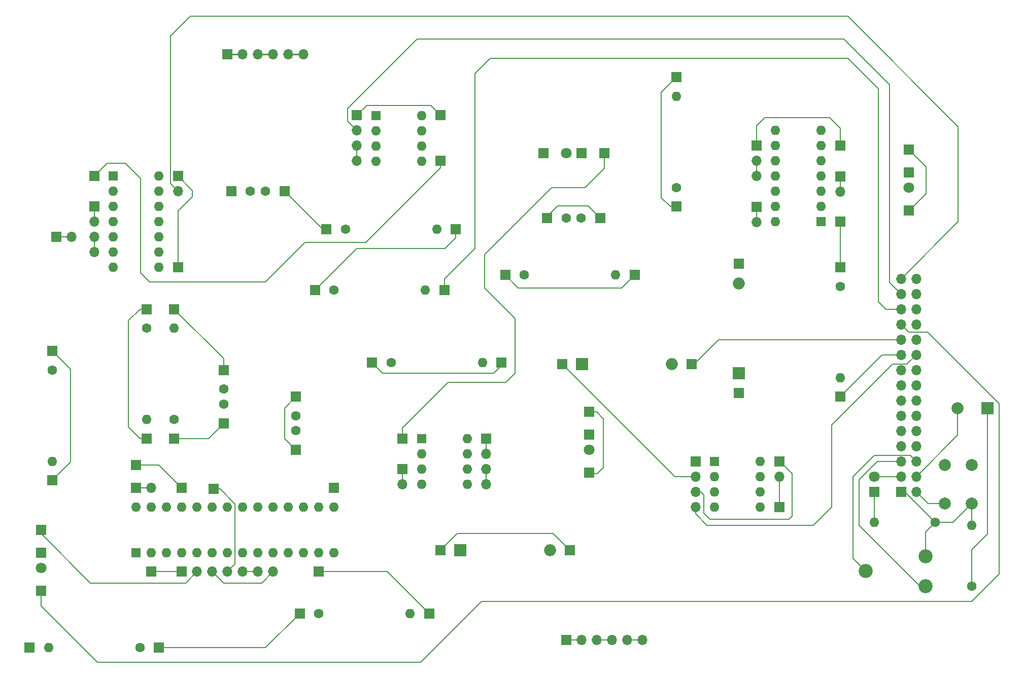
<source format=gbr>
%TF.GenerationSoftware,KiCad,Pcbnew,(6.0.5)*%
%TF.CreationDate,2022-06-11T19:23:14+02:00*%
%TF.ProjectId,advanced,61647661-6e63-4656-942e-6b696361645f,rev?*%
%TF.SameCoordinates,Original*%
%TF.FileFunction,Copper,L1,Top*%
%TF.FilePolarity,Positive*%
%FSLAX46Y46*%
G04 Gerber Fmt 4.6, Leading zero omitted, Abs format (unit mm)*
G04 Created by KiCad (PCBNEW (6.0.5)) date 2022-06-11 19:23:14*
%MOMM*%
%LPD*%
G01*
G04 APERTURE LIST*
%TA.AperFunction,ComponentPad*%
%ADD10R,1.700000X1.700000*%
%TD*%
%TA.AperFunction,ComponentPad*%
%ADD11O,1.700000X1.700000*%
%TD*%
%TA.AperFunction,ComponentPad*%
%ADD12C,1.600000*%
%TD*%
%TA.AperFunction,ComponentPad*%
%ADD13O,1.600000X1.600000*%
%TD*%
%TA.AperFunction,ComponentPad*%
%ADD14R,1.600000X1.600000*%
%TD*%
%TA.AperFunction,ComponentPad*%
%ADD15C,2.000000*%
%TD*%
%TA.AperFunction,ComponentPad*%
%ADD16R,2.000000X2.000000*%
%TD*%
%TA.AperFunction,ComponentPad*%
%ADD17O,2.000000X2.000000*%
%TD*%
%TA.AperFunction,ComponentPad*%
%ADD18R,1.800000X1.800000*%
%TD*%
%TA.AperFunction,ComponentPad*%
%ADD19C,1.800000*%
%TD*%
%TA.AperFunction,ComponentPad*%
%ADD20C,2.340000*%
%TD*%
%TA.AperFunction,Conductor*%
%ADD21C,0.200000*%
%TD*%
%TA.AperFunction,Conductor*%
%ADD22C,0.250000*%
%TD*%
G04 APERTURE END LIST*
D10*
%TO.P, ,1*%
%TO.N,N/C*%
X247015000Y-82550000D03*
%TD*%
%TO.P, ,1*%
%TO.N,N/C*%
X208280000Y-81915000D03*
%TD*%
%TO.P, ,1*%
%TO.N,N/C*%
X162560000Y-120650000D03*
%TD*%
%TO.P,REF\u002A\u002A,1*%
%TO.N,N/C*%
X189890000Y-154280000D03*
D11*
%TO.P,REF\u002A\u002A,2*%
X192430000Y-154280000D03*
%TO.P,REF\u002A\u002A,3*%
X194970000Y-154280000D03*
%TO.P,REF\u002A\u002A,4*%
X197510000Y-154280000D03*
%TO.P,REF\u002A\u002A,5*%
X200050000Y-154280000D03*
%TO.P,REF\u002A\u002A,6*%
X202590000Y-154280000D03*
%TD*%
D10*
%TO.P, ,1*%
%TO.N,N/C*%
X247015000Y-72390000D03*
%TD*%
%TO.P, ,1*%
%TO.N,N/C*%
X179070000Y-107950000D03*
%TD*%
D12*
%TO.P,R1,1*%
%TO.N,Net-(R1-Pad1)*%
X119888000Y-102235000D03*
D13*
%TO.P,R1,2*%
%TO.N,Net-(R1-Pad2)*%
X119888000Y-117475000D03*
%TD*%
D10*
%TO.P, ,1*%
%TO.N,N/C*%
X167005000Y-149860000D03*
%TD*%
%TO.P, ,1*%
%TO.N,N/C*%
X235585000Y-84455000D03*
%TD*%
%TO.P,REF\u002A\u002A,1*%
%TO.N,N/C*%
X133350000Y-56515000D03*
D11*
%TO.P,REF\u002A\u002A,2*%
X135890000Y-56515000D03*
%TO.P,REF\u002A\u002A,3*%
X138430000Y-56515000D03*
%TO.P,REF\u002A\u002A,4*%
X140970000Y-56515000D03*
%TO.P,REF\u002A\u002A,5*%
X143510000Y-56515000D03*
%TO.P,REF\u002A\u002A,6*%
X146050000Y-56515000D03*
%TD*%
D10*
%TO.P, ,1*%
%TO.N,N/C*%
X186670000Y-83820000D03*
%TD*%
%TO.P,REF\u002A\u002A,1*%
%TO.N,N/C*%
X125730000Y-142875000D03*
D11*
%TO.P,REF\u002A\u002A,2*%
X128270000Y-142875000D03*
%TO.P,REF\u002A\u002A,3*%
X130810000Y-142875000D03*
%TO.P,REF\u002A\u002A,4*%
X133350000Y-142875000D03*
%TO.P,REF\u002A\u002A,5*%
X135890000Y-142875000D03*
%TO.P,REF\u002A\u002A,6*%
X138430000Y-142875000D03*
%TO.P,REF\u002A\u002A,7*%
X140970000Y-142875000D03*
%TD*%
D14*
%TO.P,U3,1,~{RESET}/PB5*%
%TO.N,Net-(R9-Pad1)*%
X158125000Y-66685000D03*
D13*
%TO.P,U3,2,PB3*%
%TO.N,Net-(D2-Pad2)*%
X158125000Y-69225000D03*
%TO.P,U3,3,PB4*%
%TO.N,Net-(C2-Pad1)*%
X158125000Y-71765000D03*
%TO.P,U3,4,GND*%
%TO.N,Earth*%
X158125000Y-74305000D03*
%TO.P,U3,5,PB0*%
%TO.N,Net-(C4-Pad2)*%
X165745000Y-74305000D03*
%TO.P,U3,6,PB1*%
%TO.N,unconnected-(U3-Pad6)*%
X165745000Y-71765000D03*
%TO.P,U3,7,PB2*%
%TO.N,unconnected-(U3-Pad7)*%
X165745000Y-69225000D03*
%TO.P,U3,8,VCC*%
%TO.N,+5V*%
X165745000Y-66685000D03*
%TD*%
D12*
%TO.P,R9,1*%
%TO.N,Net-(R9-Pad1)*%
X160655000Y-107950000D03*
D13*
%TO.P,R9,2*%
%TO.N,Net-(C6-Pad1)*%
X175895000Y-107950000D03*
%TD*%
D10*
%TO.P,REF\u002A\u002A,1*%
%TO.N,N/C*%
X221615000Y-71755000D03*
D11*
%TO.P,REF\u002A\u002A,2*%
X221615000Y-74295000D03*
%TO.P,REF\u002A\u002A,3*%
X221615000Y-76835000D03*
%TD*%
D10*
%TO.P, ,1*%
%TO.N,N/C*%
X168910000Y-66675000D03*
%TD*%
%TO.P, ,1*%
%TO.N,N/C*%
X235585000Y-113665000D03*
%TD*%
%TO.P, ,1*%
%TO.N,N/C*%
X124460000Y-120650000D03*
%TD*%
%TO.P, ,1*%
%TO.N,N/C*%
X193675001Y-116204999D03*
%TD*%
%TO.P,REF\u002A\u002A,1*%
%TO.N,N/C*%
X162560000Y-125730000D03*
D11*
%TO.P,REF\u002A\u002A,2*%
X162560000Y-128270000D03*
%TD*%
D15*
%TO.P,RESET,1*%
%TO.N,N/C*%
X257520000Y-125020000D03*
X257520000Y-131520000D03*
%TO.P,RESET,2*%
X253020000Y-125020000D03*
X253020000Y-131520000D03*
%TD*%
D16*
%TO.P,C6,1*%
%TO.N,Net-(C6-Pad1)*%
X192525000Y-108192500D03*
D17*
%TO.P,C6,2*%
%TO.N,Net-(C6-Pad2)*%
X207525000Y-108192500D03*
%TD*%
D10*
%TO.P, ,1*%
%TO.N,N/C*%
X225425000Y-132080000D03*
%TD*%
D18*
%TO.P,LED,1*%
%TO.N,N/C*%
X241300000Y-129540000D03*
D19*
%TO.P,LED,2*%
X241300000Y-127000000D03*
%TD*%
D10*
%TO.P,REF\u002A\u002A,1*%
%TO.N,N/C*%
X211455000Y-124460000D03*
D11*
%TO.P,REF\u002A\u002A,2*%
X211455000Y-127000000D03*
%TO.P,REF\u002A\u002A,3*%
X211455000Y-129540000D03*
%TO.P,REF\u002A\u002A,4*%
X211455000Y-132080000D03*
%TD*%
D10*
%TO.P, ,1*%
%TO.N,N/C*%
X193675001Y-126364999D03*
%TD*%
%TO.P, ,1*%
%TO.N,N/C*%
X148590000Y-142875000D03*
%TD*%
D14*
%TO.P,U5,1,VCC*%
%TO.N,+5V*%
X232400000Y-84460000D03*
D13*
%TO.P,U5,2,XTAL1/PB0*%
%TO.N,unconnected-(U5-Pad2)*%
X232400000Y-81920000D03*
%TO.P,U5,3,XTAL2/PB1*%
%TO.N,Net-(R11-Pad1)*%
X232400000Y-79380000D03*
%TO.P,U5,4,~{RESET}/PB3*%
%TO.N,Net-(C8-Pad2)*%
X232400000Y-76840000D03*
%TO.P,U5,5,PB2*%
%TO.N,unconnected-(U5-Pad5)*%
X232400000Y-74300000D03*
%TO.P,U5,6,PA7*%
%TO.N,Net-(D4-Pad1)*%
X232400000Y-71760000D03*
%TO.P,U5,7,PA6*%
%TO.N,unconnected-(U5-Pad7)*%
X232400000Y-69220000D03*
%TO.P,U5,8,PA5*%
%TO.N,unconnected-(U5-Pad8)*%
X224780000Y-69220000D03*
%TO.P,U5,9,PA4*%
%TO.N,Net-(R10-Pad2)*%
X224780000Y-71760000D03*
%TO.P,U5,10,PA3*%
%TO.N,Net-(R10-Pad1)*%
X224780000Y-74300000D03*
%TO.P,U5,11,PA2*%
%TO.N,Net-(C4-Pad1)*%
X224780000Y-76840000D03*
%TO.P,U5,12,PA1*%
%TO.N,unconnected-(U5-Pad12)*%
X224780000Y-79380000D03*
%TO.P,U5,13,AREF/PA0*%
%TO.N,Net-(D2-Pad1)*%
X224780000Y-81920000D03*
%TO.P,U5,14,GND*%
%TO.N,Earth*%
X224780000Y-84460000D03*
%TD*%
D12*
%TO.P,R3,1*%
%TO.N,Net-(R3-Pad1)*%
X118745000Y-155575000D03*
D13*
%TO.P,R3,2*%
%TO.N,Net-(D1-Pad2)*%
X103505000Y-155575000D03*
%TD*%
D10*
%TO.P, ,1*%
%TO.N,N/C*%
X125095000Y-92075000D03*
%TD*%
D16*
%TO.P,C8,1*%
%TO.N,Net-(C8-Pad1)*%
X218682500Y-109735000D03*
D17*
%TO.P,C8,2*%
%TO.N,Net-(C8-Pad2)*%
X218682500Y-94735000D03*
%TD*%
D10*
%TO.P, ,1*%
%TO.N,N/C*%
X151130000Y-128905000D03*
%TD*%
D12*
%TO.P,R7,1*%
%TO.N,Net-(R5-Pad2)*%
X182880000Y-93345000D03*
D13*
%TO.P,R7,2*%
%TO.N,Net-(R7-Pad2)*%
X198120000Y-93345000D03*
%TD*%
D10*
%TO.P,REF\u002A\u002A,1*%
%TO.N,N/C*%
X154940000Y-66675000D03*
D11*
%TO.P,REF\u002A\u002A,2*%
X154940000Y-69215000D03*
%TO.P,REF\u002A\u002A,3*%
X154940000Y-71755000D03*
%TO.P,REF\u002A\u002A,4*%
X154940000Y-74295000D03*
%TD*%
D10*
%TO.P, ,1*%
%TO.N,N/C*%
X218682500Y-113030000D03*
%TD*%
D14*
%TO.P,U2,1,~{RESET}*%
%TO.N,unconnected-(U2-Pad1)*%
X118120000Y-139690000D03*
D13*
%TO.P,U2,2,PD0*%
%TO.N,Net-(C2-Pad2)*%
X120660000Y-139690000D03*
%TO.P,U2,3,PD1*%
%TO.N,unconnected-(U2-Pad3)*%
X123200000Y-139690000D03*
%TO.P,U2,4,PD2*%
%TO.N,Net-(R6-Pad2)*%
X125740000Y-139690000D03*
%TO.P,U2,5,PD3*%
%TO.N,Net-(C3-Pad2)*%
X128280000Y-139690000D03*
%TO.P,U2,6,PD4*%
%TO.N,Net-(D4-Pad2)*%
X130820000Y-139690000D03*
%TO.P,U2,7,VCC*%
%TO.N,+5V*%
X133360000Y-139690000D03*
%TO.P,U2,8,GND*%
%TO.N,Earth*%
X135900000Y-139690000D03*
%TO.P,U2,9,XTAL1*%
%TO.N,Net-(D1-Pad1)*%
X138440000Y-139690000D03*
%TO.P,U2,10,XTAL2*%
%TO.N,Net-(R3-Pad1)*%
X140980000Y-139690000D03*
%TO.P,U2,11,PD5*%
%TO.N,unconnected-(U2-Pad11)*%
X143520000Y-139690000D03*
%TO.P,U2,12,PD6*%
%TO.N,unconnected-(U2-Pad12)*%
X146060000Y-139690000D03*
%TO.P,U2,13,PD7*%
%TO.N,Net-(R8-Pad1)*%
X148600000Y-139690000D03*
%TO.P,U2,14,PB0*%
%TO.N,unconnected-(U2-Pad14)*%
X151140000Y-139690000D03*
%TO.P,U2,15,PB1*%
%TO.N,Net-(R4-Pad2)*%
X151140000Y-132070000D03*
%TO.P,U2,16,PB2*%
%TO.N,unconnected-(U2-Pad16)*%
X148600000Y-132070000D03*
%TO.P,U2,17,PB3*%
%TO.N,unconnected-(U2-Pad17)*%
X146060000Y-132070000D03*
%TO.P,U2,18,PB4*%
%TO.N,unconnected-(U2-Pad18)*%
X143520000Y-132070000D03*
%TO.P,U2,19,PB5*%
%TO.N,unconnected-(U2-Pad19)*%
X140980000Y-132070000D03*
%TO.P,U2,20,VCC*%
%TO.N,+5V*%
X138440000Y-132070000D03*
%TO.P,U2,21,NC*%
%TO.N,unconnected-(U2-Pad21)*%
X135900000Y-132070000D03*
%TO.P,U2,22,GND*%
%TO.N,Earth*%
X133360000Y-132070000D03*
%TO.P,U2,23,PB6*%
%TO.N,Net-(C1-Pad2)*%
X130820000Y-132070000D03*
%TO.P,U2,24,PB7*%
%TO.N,unconnected-(U2-Pad24)*%
X128280000Y-132070000D03*
%TO.P,U2,25,PA2*%
%TO.N,Net-(R2-Pad1)*%
X125740000Y-132070000D03*
%TO.P,U2,26,PA3*%
%TO.N,unconnected-(U2-Pad26)*%
X123200000Y-132070000D03*
%TO.P,U2,27,PA1*%
%TO.N,Net-(R1-Pad2)*%
X120660000Y-132070000D03*
%TO.P,U2,28,PA0*%
%TO.N,Net-(D1-Pad1)*%
X118120000Y-132070000D03*
%TD*%
D10*
%TO.P, ,1*%
%TO.N,N/C*%
X119888000Y-99060000D03*
%TD*%
D18*
%TO.P,D3,1,K*%
%TO.N,Net-(D3-Pad1)*%
X193675001Y-120014999D03*
D19*
%TO.P,D3,2,A*%
%TO.N,Net-(D3-Pad2)*%
X193675001Y-122554999D03*
%TD*%
D10*
%TO.P, ,1*%
%TO.N,N/C*%
X149860000Y-85725000D03*
%TD*%
%TO.P, ,1*%
%TO.N,N/C*%
X157480000Y-107950000D03*
%TD*%
%TO.P, ,1*%
%TO.N,N/C*%
X201295000Y-93345000D03*
%TD*%
%TO.P,REF\u002A\u002A,1*%
%TO.N,N/C*%
X221640000Y-81935000D03*
D11*
%TO.P,REF\u002A\u002A,2*%
X221640000Y-84475000D03*
%TD*%
D10*
%TO.P, ,1*%
%TO.N,N/C*%
X210820000Y-108192500D03*
%TD*%
%TO.P, ,1*%
%TO.N,N/C*%
X125730000Y-128905000D03*
%TD*%
%TO.P,REF\u002A\u002A,1*%
%TO.N,N/C*%
X111125000Y-81915000D03*
D11*
%TO.P,REF\u002A\u002A,2*%
X111125000Y-84455000D03*
%TO.P,REF\u002A\u002A,3*%
X111125000Y-86995000D03*
%TO.P,REF\u002A\u002A,4*%
X111125000Y-89535000D03*
%TD*%
D10*
%TO.P, ,1*%
%TO.N,N/C*%
X132715000Y-109220000D03*
%TD*%
%TO.P, ,1*%
%TO.N,N/C*%
X133985000Y-79375000D03*
%TD*%
%TO.P, ,1*%
%TO.N,N/C*%
X168910000Y-74295000D03*
%TD*%
D12*
%TO.P,R4,1*%
%TO.N,Net-(C1-Pad1)*%
X151130000Y-95885000D03*
D13*
%TO.P,R4,2*%
%TO.N,Net-(R4-Pad2)*%
X166370000Y-95885000D03*
%TD*%
D10*
%TO.P, ,1*%
%TO.N,N/C*%
X124460000Y-99060000D03*
%TD*%
%TO.P,REF\u002A\u002A,1*%
%TO.N,N/C*%
X176530000Y-120650000D03*
D11*
%TO.P,REF\u002A\u002A,2*%
X176530000Y-123190000D03*
%TO.P,REF\u002A\u002A,3*%
X176530000Y-125730000D03*
%TO.P,REF\u002A\u002A,4*%
X176530000Y-128270000D03*
%TD*%
D12*
%TO.P,C1,1*%
%TO.N,Net-(C1-Pad1)*%
X132715000Y-112395000D03*
%TO.P,C1,2*%
%TO.N,Net-(C1-Pad2)*%
X132715000Y-114895000D03*
%TD*%
D10*
%TO.P, ,1*%
%TO.N,N/C*%
X119888000Y-120650000D03*
%TD*%
D12*
%TO.P,C2,1*%
%TO.N,Net-(C2-Pad1)*%
X144780000Y-116840000D03*
%TO.P,C2,2*%
%TO.N,Net-(C2-Pad2)*%
X144780000Y-119340000D03*
%TD*%
%TO.P,C4,1*%
%TO.N,Net-(C4-Pad1)*%
X192385000Y-83820000D03*
%TO.P,C4,2*%
%TO.N,Net-(C4-Pad2)*%
X189885000Y-83820000D03*
%TD*%
D10*
%TO.P, ,1*%
%TO.N,N/C*%
X235585000Y-71755000D03*
%TD*%
%TO.P, ,1*%
%TO.N,N/C*%
X186055001Y-73024999D03*
%TD*%
%TO.P, ,1*%
%TO.N,N/C*%
X190500000Y-139307500D03*
%TD*%
%TO.P, ,1*%
%TO.N,N/C*%
X218682500Y-91440000D03*
%TD*%
%TO.P, ,1*%
%TO.N,N/C*%
X169545000Y-95885000D03*
%TD*%
%TO.P, ,1*%
%TO.N,N/C*%
X145415000Y-149860000D03*
%TD*%
%TO.P, ,1*%
%TO.N,N/C*%
X208280000Y-60325000D03*
%TD*%
D12*
%TO.P,R (LED),1*%
%TO.N,N/C*%
X251460000Y-134620000D03*
D13*
%TO.P,R (LED),2*%
X241300000Y-134620000D03*
%TD*%
D10*
%TO.P, ,1*%
%TO.N,N/C*%
X147955000Y-95885000D03*
%TD*%
%TO.P, ,1*%
%TO.N,N/C*%
X144780000Y-113665000D03*
%TD*%
%TO.P, ,1*%
%TO.N,N/C*%
X171450000Y-85725000D03*
%TD*%
D18*
%TO.P,D4,1,K*%
%TO.N,Net-(D4-Pad1)*%
X247015000Y-76200000D03*
D19*
%TO.P,D4,2,A*%
%TO.N,Net-(D4-Pad2)*%
X247015000Y-78740000D03*
%TD*%
D20*
%TO.P,REF\u002A\u002A,1*%
%TO.N,N/C*%
X249856000Y-140273000D03*
%TO.P,REF\u002A\u002A,2*%
X239856000Y-142773000D03*
%TO.P,REF\u002A\u002A,3*%
X249856000Y-145273000D03*
%TD*%
D10*
%TO.P, ,1*%
%TO.N,N/C*%
X168910000Y-139307500D03*
%TD*%
%TO.P, ,1*%
%TO.N,N/C*%
X179705000Y-93345000D03*
%TD*%
D18*
%TO.P,D2,1,K*%
%TO.N,Net-(D2-Pad1)*%
X192405001Y-73024999D03*
D19*
%TO.P,D2,2,A*%
%TO.N,Net-(D2-Pad2)*%
X189865001Y-73024999D03*
%TD*%
D12*
%TO.P,R11,1*%
%TO.N,Net-(R11-Pad1)*%
X235585000Y-95250000D03*
D13*
%TO.P,R11,2*%
%TO.N,Net-(R11-Pad2)*%
X235585000Y-110490000D03*
%TD*%
D10*
%TO.P, ,1*%
%TO.N,N/C*%
X120650000Y-142875000D03*
%TD*%
%TO.P,REF\u002A\u002A,1*%
%TO.N,N/C*%
X118130000Y-128880000D03*
D11*
%TO.P,REF\u002A\u002A,2*%
X120670000Y-128880000D03*
%TD*%
D10*
%TO.P, ,1*%
%TO.N,N/C*%
X121920000Y-155575000D03*
%TD*%
D14*
%TO.P,U6,1,~{RESET}/PB5*%
%TO.N,Net-(C6-Pad2)*%
X214640000Y-124470000D03*
D13*
%TO.P,U6,2,XTAL1/PB3*%
%TO.N,Net-(C8-Pad1)*%
X214640000Y-127010000D03*
%TO.P,U6,3,XTAL2/PB4*%
%TO.N,Net-(U4-Pad1)*%
X214640000Y-129550000D03*
%TO.P,U6,4,GND*%
%TO.N,Earth*%
X214640000Y-132090000D03*
%TO.P,U6,5,AREF/PB0*%
%TO.N,Net-(R11-Pad2)*%
X222260000Y-132090000D03*
%TO.P,U6,6,PB1*%
%TO.N,unconnected-(U6-Pad6)*%
X222260000Y-129550000D03*
%TO.P,U6,7,PB2*%
%TO.N,Net-(C5-Pad2)*%
X222260000Y-127010000D03*
%TO.P,U6,8,VCC*%
%TO.N,+5V*%
X222260000Y-124470000D03*
%TD*%
D10*
%TO.P, ,1*%
%TO.N,N/C*%
X100330000Y-155575000D03*
%TD*%
D12*
%TO.P,C3,1*%
%TO.N,Net-(C3-Pad1)*%
X137180000Y-79375000D03*
%TO.P,C3,2*%
%TO.N,Net-(C3-Pad2)*%
X139680000Y-79375000D03*
%TD*%
D16*
%TO.P,C5,1*%
%TO.N,Net-(C5-Pad1)*%
X172205000Y-139307500D03*
D17*
%TO.P,C5,2*%
%TO.N,Net-(C5-Pad2)*%
X187205000Y-139307500D03*
%TD*%
D10*
%TO.P, ,1*%
%TO.N,N/C*%
X144780000Y-122555000D03*
%TD*%
%TO.P,REF\u002A\u002A,1*%
%TO.N,N/C*%
X125095000Y-76835000D03*
D11*
%TO.P,REF\u002A\u002A,2*%
X125095000Y-79375000D03*
%TD*%
D10*
%TO.P, ,1*%
%TO.N,N/C*%
X102235000Y-135885000D03*
%TD*%
%TO.P, ,1*%
%TO.N,N/C*%
X118110000Y-125095000D03*
%TD*%
%TO.P, ,1*%
%TO.N,N/C*%
X235585000Y-92075000D03*
%TD*%
%TO.P,REF\u002A\u002A,1*%
%TO.N,N/C*%
X225425000Y-124460000D03*
D11*
%TO.P,REF\u002A\u002A,2*%
X225425000Y-127000000D03*
%TD*%
D10*
%TO.P, ,1*%
%TO.N,N/C*%
X132715000Y-118110000D03*
%TD*%
%TO.P, ,1*%
%TO.N,N/C*%
X104140000Y-106045000D03*
%TD*%
%TO.P, ,1*%
%TO.N,N/C*%
X189230000Y-108192500D03*
%TD*%
D12*
%TO.P,R2,1*%
%TO.N,Net-(R2-Pad1)*%
X124460000Y-117475000D03*
D13*
%TO.P,R2,2*%
%TO.N,Net-(C1-Pad1)*%
X124460000Y-102235000D03*
%TD*%
D10*
%TO.P,REF\u002A\u002A,1*%
%TO.N,N/C*%
X104795000Y-86970000D03*
D11*
%TO.P,REF\u002A\u002A,2*%
X107335000Y-86970000D03*
%TD*%
D10*
%TO.P, ,1*%
%TO.N,N/C*%
X142875000Y-79375000D03*
%TD*%
D12*
%TO.P,R6,1*%
%TO.N,Net-(R6-Pad1)*%
X104140000Y-109220000D03*
D13*
%TO.P,R6,2*%
%TO.N,Net-(R6-Pad2)*%
X104140000Y-124460000D03*
%TD*%
D16*
%TO.P,PIEZO,1*%
%TO.N,N/C*%
X260180785Y-115570000D03*
D15*
%TO.P,PIEZO,2*%
X255180785Y-115570000D03*
%TD*%
D10*
%TO.P, ,1*%
%TO.N,N/C*%
X131064000Y-129032000D03*
%TD*%
D12*
%TO.P,R5,1*%
%TO.N,Net-(R5-Pad1)*%
X153035000Y-85725000D03*
D13*
%TO.P,R5,2*%
%TO.N,Net-(R5-Pad2)*%
X168275000Y-85725000D03*
%TD*%
D14*
%TO.P,U4,1,~{RESET}/PB5*%
%TO.N,Net-(U4-Pad1)*%
X165745000Y-120660000D03*
D13*
%TO.P,U4,2,XTAL1/PB3*%
%TO.N,unconnected-(U4-Pad2)*%
X165745000Y-123200000D03*
%TO.P,U4,3,XTAL2/PB4*%
%TO.N,Net-(C5-Pad1)*%
X165745000Y-125740000D03*
%TO.P,U4,4,GND*%
%TO.N,Earth*%
X165745000Y-128280000D03*
%TO.P,U4,5,AREF/PB0*%
%TO.N,Net-(R7-Pad2)*%
X173365000Y-128280000D03*
%TO.P,U4,6,PB1*%
%TO.N,Net-(D3-Pad2)*%
X173365000Y-125740000D03*
%TO.P,U4,7,PB2*%
%TO.N,Net-(R8-Pad2)*%
X173365000Y-123200000D03*
%TO.P,U4,8,VCC*%
%TO.N,+5V*%
X173365000Y-120660000D03*
%TD*%
D10*
%TO.P, ,1*%
%TO.N,N/C*%
X196215001Y-73024999D03*
%TD*%
D12*
%TO.P,R (PIEZO),1*%
%TO.N,N/C*%
X257556000Y-145288000D03*
D13*
%TO.P,R (PIEZO),2*%
X257556000Y-135128000D03*
%TD*%
D18*
%TO.P,D1,1,K*%
%TO.N,Net-(D1-Pad1)*%
X102235000Y-139695000D03*
D19*
%TO.P,D1,2,A*%
%TO.N,Net-(D1-Pad2)*%
X102235000Y-142235000D03*
%TD*%
D12*
%TO.P,R10,1*%
%TO.N,Net-(R10-Pad1)*%
X208280000Y-78740000D03*
D13*
%TO.P,R10,2*%
%TO.N,Net-(R10-Pad2)*%
X208280000Y-63500000D03*
%TD*%
D10*
%TO.P, ,1*%
%TO.N,N/C*%
X102235000Y-146045000D03*
%TD*%
%TO.P,REF\u002A\u002A,1*%
%TO.N,N/C*%
X235585000Y-76855000D03*
D11*
%TO.P,REF\u002A\u002A,2*%
X235585000Y-79395000D03*
%TD*%
D10*
%TO.P, ,1*%
%TO.N,N/C*%
X195560000Y-83820000D03*
%TD*%
D12*
%TO.P,R8,1*%
%TO.N,Net-(R8-Pad1)*%
X148590000Y-149860000D03*
D13*
%TO.P,R8,2*%
%TO.N,Net-(R8-Pad2)*%
X163830000Y-149860000D03*
%TD*%
D10*
%TO.P, ,1*%
%TO.N,N/C*%
X104140000Y-127635000D03*
%TD*%
D14*
%TO.P,U1,1,VCC*%
%TO.N,+5V*%
X114310000Y-76830000D03*
D13*
%TO.P,U1,2,XTAL1/PB0*%
%TO.N,unconnected-(U1-Pad2)*%
X114310000Y-79370000D03*
%TO.P,U1,3,XTAL2/PB1*%
%TO.N,Net-(R6-Pad1)*%
X114310000Y-81910000D03*
%TO.P,U1,4,~{RESET}/PB3*%
%TO.N,Net-(R1-Pad1)*%
X114310000Y-84450000D03*
%TO.P,U1,5,PB2*%
%TO.N,Net-(C1-Pad1)*%
X114310000Y-86990000D03*
%TO.P,U1,6,PA7*%
%TO.N,Net-(R5-Pad1)*%
X114310000Y-89530000D03*
%TO.P,U1,7,PA6*%
%TO.N,unconnected-(U1-Pad7)*%
X114310000Y-92070000D03*
%TO.P,U1,8,PA5*%
%TO.N,Net-(D3-Pad1)*%
X121930000Y-92070000D03*
%TO.P,U1,9,PA4*%
%TO.N,unconnected-(U1-Pad9)*%
X121930000Y-89530000D03*
%TO.P,U1,10,PA3*%
%TO.N,unconnected-(U1-Pad10)*%
X121930000Y-86990000D03*
%TO.P,U1,11,PA2*%
%TO.N,unconnected-(U1-Pad11)*%
X121930000Y-84450000D03*
%TO.P,U1,12,PA1*%
%TO.N,unconnected-(U1-Pad12)*%
X121930000Y-81910000D03*
%TO.P,U1,13,AREF/PA0*%
%TO.N,Net-(C3-Pad1)*%
X121930000Y-79370000D03*
%TO.P,U1,14,GND*%
%TO.N,Earth*%
X121930000Y-76830000D03*
%TD*%
D10*
%TO.P, ,1*%
%TO.N,N/C*%
X111125000Y-76835000D03*
%TD*%
%TO.P,REF\u002A\u002A,1*%
%TO.N,N/C*%
X245740000Y-129535000D03*
D11*
%TO.P,REF\u002A\u002A,2*%
X248280000Y-129535000D03*
%TO.P,REF\u002A\u002A,3*%
X245740000Y-126995000D03*
%TO.P,REF\u002A\u002A,4*%
X248280000Y-126995000D03*
%TO.P,REF\u002A\u002A,5*%
X245740000Y-124455000D03*
%TO.P,REF\u002A\u002A,6*%
X248280000Y-124455000D03*
%TO.P,REF\u002A\u002A,7*%
X245740000Y-121915000D03*
%TO.P,REF\u002A\u002A,8*%
X248280000Y-121915000D03*
%TO.P,REF\u002A\u002A,9*%
X245740000Y-119375000D03*
%TO.P,REF\u002A\u002A,10*%
X248280000Y-119375000D03*
%TO.P,REF\u002A\u002A,11*%
X245740000Y-116835000D03*
%TO.P,REF\u002A\u002A,12*%
X248280000Y-116835000D03*
%TO.P,REF\u002A\u002A,13*%
X245740000Y-114295000D03*
%TO.P,REF\u002A\u002A,14*%
X248280000Y-114295000D03*
%TO.P,REF\u002A\u002A,15*%
X245740000Y-111755000D03*
%TO.P,REF\u002A\u002A,16*%
X248280000Y-111755000D03*
%TO.P,REF\u002A\u002A,17*%
X245740000Y-109215000D03*
%TO.P,REF\u002A\u002A,18*%
X248280000Y-109215000D03*
%TO.P,REF\u002A\u002A,19*%
X245740000Y-106675000D03*
%TO.P,REF\u002A\u002A,20*%
X248280000Y-106675000D03*
%TO.P,REF\u002A\u002A,21*%
X245740000Y-104135000D03*
%TO.P,REF\u002A\u002A,22*%
X248280000Y-104135000D03*
%TO.P,REF\u002A\u002A,23*%
X245740000Y-101595000D03*
%TO.P,REF\u002A\u002A,24*%
X248280000Y-101595000D03*
%TO.P,REF\u002A\u002A,25*%
X245740000Y-99055000D03*
%TO.P,REF\u002A\u002A,26*%
X248280000Y-99055000D03*
%TO.P,REF\u002A\u002A,27*%
X245740000Y-96515000D03*
%TO.P,REF\u002A\u002A,28*%
X248280000Y-96515000D03*
%TO.P,REF\u002A\u002A,29*%
X245740000Y-93975000D03*
%TO.P,REF\u002A\u002A,30*%
X248280000Y-93975000D03*
%TD*%
D21*
%TO.N,*%
X197510000Y-154280000D02*
X194970000Y-154280000D01*
X144780000Y-113665000D02*
X142875000Y-115570000D01*
X249936000Y-79756000D02*
X247142000Y-82550000D01*
X208037500Y-127000000D02*
X211455000Y-127000000D01*
X118872000Y-77216000D02*
X118872000Y-92964000D01*
X205740000Y-80425000D02*
X205740000Y-62865000D01*
X160020000Y-142875000D02*
X167005000Y-149860000D01*
X243200000Y-99055000D02*
X245740000Y-99055000D01*
X116840000Y-118745000D02*
X118745000Y-120650000D01*
X241813000Y-124455000D02*
X238760000Y-127508000D01*
X118745000Y-99060000D02*
X120015000Y-99060000D01*
X170180000Y-111252000D02*
X179832000Y-111252000D01*
X241935000Y-62230000D02*
X241935000Y-97790000D01*
X174625000Y-59690000D02*
X177165000Y-57150000D01*
X181356000Y-109728000D02*
X181356000Y-100584000D01*
X154940000Y-88900000D02*
X169672000Y-88900000D01*
X196215001Y-75564999D02*
X196215001Y-73024999D01*
X238760000Y-135128000D02*
X248905000Y-145273000D01*
X162560000Y-120650000D02*
X162560000Y-118872000D01*
X113284000Y-74676000D02*
X116332000Y-74676000D01*
X139700000Y-94488000D02*
X146304000Y-87884000D01*
X188468000Y-81788000D02*
X193528000Y-81788000D01*
X125095000Y-79375000D02*
X123825000Y-78105000D01*
X247269000Y-123444000D02*
X241300000Y-123444000D01*
X257556000Y-145288000D02*
X257556000Y-139192000D01*
X244348000Y-108204000D02*
X246751000Y-108204000D01*
X243840000Y-61595000D02*
X243840000Y-94615000D01*
X168910000Y-75438000D02*
X168910000Y-74295000D01*
X260180785Y-136567215D02*
X260180785Y-115570000D01*
X225425000Y-124460000D02*
X225552000Y-124460000D01*
X132114000Y-129032000D02*
X134620000Y-131538000D01*
X111125000Y-76835000D02*
X113284000Y-74676000D01*
X249856000Y-140273000D02*
X249856000Y-136224000D01*
X255180785Y-120094215D02*
X248280000Y-126995000D01*
X139700000Y-155575000D02*
X145415000Y-149860000D01*
X127508000Y-79248000D02*
X125095000Y-76835000D01*
X246375000Y-129535000D02*
X251460000Y-134620000D01*
X121920000Y-125095000D02*
X125730000Y-128905000D01*
X237744000Y-140661000D02*
X239856000Y-142773000D01*
X205740000Y-62865000D02*
X208280000Y-60325000D01*
X120670000Y-128880000D02*
X118130000Y-128880000D01*
X213868000Y-134112000D02*
X212852000Y-133096000D01*
X249856000Y-136224000D02*
X251460000Y-134620000D01*
X139065000Y-144780000D02*
X140970000Y-142875000D01*
X254420000Y-134620000D02*
X257520000Y-131520000D01*
X142875000Y-115570000D02*
X142875000Y-120650000D01*
X126365000Y-144780000D02*
X128270000Y-142875000D01*
X148590000Y-142875000D02*
X160020000Y-142875000D01*
X257556000Y-139192000D02*
X260180785Y-136567215D01*
X241935000Y-97790000D02*
X243200000Y-99055000D01*
X227076000Y-134112000D02*
X213868000Y-134112000D01*
X187452000Y-78740000D02*
X193040000Y-78740000D01*
X130810000Y-142875000D02*
X132715000Y-144780000D01*
X190500000Y-139307500D02*
X187717500Y-136525000D01*
X116840000Y-100965000D02*
X116840000Y-118745000D01*
X125095000Y-92075000D02*
X125095000Y-82677000D01*
X186670000Y-83586000D02*
X188468000Y-81788000D01*
X210820000Y-108192500D02*
X211212500Y-108192500D01*
X176276000Y-95504000D02*
X176276000Y-89916000D01*
X250190000Y-102870000D02*
X247015000Y-102870000D01*
X171450000Y-87122000D02*
X171450000Y-85725000D01*
X241305000Y-126995000D02*
X241300000Y-127000000D01*
X189890000Y-154280000D02*
X192430000Y-154280000D01*
X225425000Y-132080000D02*
X225425000Y-127000000D01*
X221640000Y-81935000D02*
X221640000Y-84475000D01*
X169672000Y-88900000D02*
X171450000Y-87122000D01*
X102235000Y-136525000D02*
X110490000Y-144780000D01*
X189230000Y-108192500D02*
X189230000Y-108579250D01*
X221615000Y-68453000D02*
X223012000Y-67056000D01*
X241300000Y-134620000D02*
X241300000Y-129540000D01*
X147955000Y-95885000D02*
X148209000Y-95885000D01*
X176276000Y-89916000D02*
X187452000Y-78740000D01*
X245735000Y-127000000D02*
X245740000Y-126995000D01*
X181356000Y-100584000D02*
X176276000Y-95504000D01*
X193040000Y-78740000D02*
X196215001Y-75564999D01*
X262128000Y-143256000D02*
X262128000Y-114808000D01*
X171692500Y-136525000D02*
X168910000Y-139307500D01*
X241300000Y-127000000D02*
X245735000Y-127000000D01*
X127508000Y-80264000D02*
X127508000Y-79248000D01*
X247015000Y-102870000D02*
X245740000Y-101595000D01*
X177800000Y-109728000D02*
X179070000Y-108458000D01*
X257556000Y-147828000D02*
X262128000Y-143256000D01*
X177165000Y-57150000D02*
X236855000Y-57150000D01*
X125095000Y-82677000D02*
X127508000Y-80264000D01*
X159258000Y-109728000D02*
X177800000Y-109728000D01*
X262128000Y-114808000D02*
X250190000Y-102870000D01*
X102235000Y-146045000D02*
X102235000Y-148590000D01*
X246751000Y-108204000D02*
X248280000Y-106675000D01*
X211212500Y-108192500D02*
X215265000Y-104140000D01*
X207230000Y-81915000D02*
X205740000Y-80425000D01*
X124460000Y-99060000D02*
X132715000Y-107315000D01*
X235585000Y-92075000D02*
X235585000Y-84455000D01*
X215265000Y-104140000D02*
X245735000Y-104140000D01*
X211455000Y-133223000D02*
X213360000Y-135128000D01*
X118110000Y-125095000D02*
X121920000Y-125095000D01*
X245735000Y-104140000D02*
X245740000Y-104135000D01*
X199136000Y-95504000D02*
X201295000Y-93345000D01*
X194944999Y-116204999D02*
X193675001Y-116204999D01*
X212344000Y-129540000D02*
X211455000Y-129540000D01*
X227584000Y-133604000D02*
X227076000Y-134112000D01*
X156591000Y-65024000D02*
X154940000Y-66675000D01*
X124460000Y-120650000D02*
X130175000Y-120650000D01*
X213360000Y-135128000D02*
X231140000Y-135128000D01*
X236855000Y-57150000D02*
X241935000Y-62230000D01*
X164973000Y-53975000D02*
X236220000Y-53975000D01*
X111125000Y-89535000D02*
X111125000Y-86995000D01*
X179705000Y-93345000D02*
X181864000Y-95504000D01*
X234188000Y-118364000D02*
X244348000Y-108204000D01*
X248905000Y-145273000D02*
X249856000Y-145273000D01*
X146304000Y-87884000D02*
X156464000Y-87884000D01*
X257556000Y-133604000D02*
X257520000Y-133568000D01*
X175768000Y-147828000D02*
X257556000Y-147828000D01*
X221615000Y-76835000D02*
X221615000Y-74295000D01*
X176530000Y-128270000D02*
X176530000Y-125730000D01*
X212852000Y-133096000D02*
X212852000Y-130048000D01*
X123825000Y-53467000D02*
X127127000Y-50165000D01*
X120396000Y-94488000D02*
X139700000Y-94488000D01*
X234188000Y-132080000D02*
X234188000Y-118364000D01*
X187717500Y-136525000D02*
X171692500Y-136525000D01*
X248280000Y-124455000D02*
X247269000Y-123444000D01*
X147955000Y-95885000D02*
X154940000Y-88900000D01*
X247142000Y-82550000D02*
X247015000Y-82550000D01*
X208280000Y-81915000D02*
X207230000Y-81915000D01*
X142875000Y-79375000D02*
X149225000Y-85725000D01*
X154940000Y-74295000D02*
X154940000Y-71755000D01*
X107188000Y-124587000D02*
X104140000Y-127635000D01*
X225552000Y-124460000D02*
X227584000Y-126492000D01*
X235585000Y-76855000D02*
X235585000Y-79395000D01*
X153416000Y-65532000D02*
X164973000Y-53975000D01*
X102235000Y-135885000D02*
X102235000Y-136525000D01*
X200050000Y-154280000D02*
X202590000Y-154280000D01*
X132715000Y-107315000D02*
X132715000Y-109220000D01*
X153416000Y-67691000D02*
X153416000Y-65532000D01*
X181864000Y-95504000D02*
X199136000Y-95504000D01*
X169545000Y-95885000D02*
X169545000Y-93980000D01*
D22*
X140970000Y-56515000D02*
X138430000Y-56515000D01*
D21*
X120650000Y-142875000D02*
X125730000Y-142875000D01*
X227584000Y-126492000D02*
X227584000Y-133604000D01*
X245740000Y-124455000D02*
X241813000Y-124455000D01*
X154940000Y-69215000D02*
X153416000Y-67691000D01*
X134620000Y-131538000D02*
X134620000Y-141605000D01*
X231140000Y-135128000D02*
X234188000Y-132080000D01*
X212852000Y-130048000D02*
X212344000Y-129540000D01*
X255180785Y-115570000D02*
X255180785Y-120094215D01*
X169545000Y-93980000D02*
X174625000Y-88900000D01*
X257556000Y-135128000D02*
X257556000Y-133604000D01*
X243840000Y-94615000D02*
X245740000Y-96515000D01*
X235585000Y-68834000D02*
X235585000Y-71755000D01*
X131064000Y-129032000D02*
X132114000Y-129032000D01*
X107335000Y-86970000D02*
X104795000Y-86970000D01*
X168910000Y-66675000D02*
X167259000Y-65024000D01*
X157480000Y-107950000D02*
X159258000Y-109728000D01*
X116332000Y-74676000D02*
X118872000Y-77216000D01*
X242575000Y-106675000D02*
X235585000Y-113665000D01*
X237744000Y-127000000D02*
X237744000Y-140661000D01*
X179832000Y-111252000D02*
X181356000Y-109728000D01*
D22*
X135890000Y-56515000D02*
X133350000Y-56515000D01*
D21*
X176530000Y-123190000D02*
X176530000Y-120650000D01*
X186670000Y-83820000D02*
X186670000Y-83586000D01*
X162560000Y-125730000D02*
X162560000Y-128270000D01*
X121920000Y-155575000D02*
X139700000Y-155575000D01*
X251460000Y-134620000D02*
X254420000Y-134620000D01*
X245740000Y-129535000D02*
X246375000Y-129535000D01*
X195072000Y-126492000D02*
X196088000Y-125476000D01*
X132715000Y-144780000D02*
X139065000Y-144780000D01*
X241300000Y-123444000D02*
X237744000Y-127000000D01*
X253020000Y-131520000D02*
X250265000Y-131520000D01*
X167259000Y-65024000D02*
X156591000Y-65024000D01*
X123825000Y-78105000D02*
X123825000Y-53467000D01*
X236855000Y-50165000D02*
X255270000Y-68580000D01*
X196088000Y-117348000D02*
X194944999Y-116204999D01*
X127127000Y-50165000D02*
X236855000Y-50165000D01*
X149225000Y-85725000D02*
X149860000Y-85725000D01*
X211455000Y-132080000D02*
X211455000Y-133223000D01*
X142875000Y-120650000D02*
X144780000Y-122555000D01*
X130175000Y-120650000D02*
X132715000Y-118110000D01*
X193675001Y-126364999D02*
X193802002Y-126492000D01*
X107188000Y-109093000D02*
X107188000Y-124587000D01*
X118872000Y-92964000D02*
X120396000Y-94488000D01*
X255270000Y-84445000D02*
X245740000Y-93975000D01*
X193802002Y-126492000D02*
X195072000Y-126492000D01*
X236220000Y-53975000D02*
X243840000Y-61595000D01*
X111125000Y-81915000D02*
X111125000Y-84455000D01*
X165608000Y-157988000D02*
X175768000Y-147828000D01*
X233807000Y-67056000D02*
X235585000Y-68834000D01*
X223012000Y-67056000D02*
X233807000Y-67056000D01*
X236220000Y-53975000D02*
X235585000Y-53975000D01*
D22*
X143510000Y-56515000D02*
X146050000Y-56515000D01*
D21*
X238760000Y-127508000D02*
X238760000Y-135128000D01*
X111633000Y-157988000D02*
X165608000Y-157988000D01*
X118745000Y-120650000D02*
X120015000Y-120650000D01*
X255270000Y-68580000D02*
X255270000Y-84445000D01*
X162560000Y-118872000D02*
X170180000Y-111252000D01*
X134620000Y-141605000D02*
X133350000Y-142875000D01*
X221615000Y-71755000D02*
X221615000Y-68453000D01*
X110490000Y-144780000D02*
X126365000Y-144780000D01*
X104140000Y-106045000D02*
X107188000Y-109093000D01*
X250265000Y-131520000D02*
X248280000Y-129535000D01*
X135890000Y-142875000D02*
X138430000Y-142875000D01*
X189230000Y-108192500D02*
X208037500Y-127000000D01*
X179070000Y-108458000D02*
X179070000Y-107950000D01*
X245740000Y-106675000D02*
X242575000Y-106675000D01*
X257520000Y-131520000D02*
X257520000Y-133568000D01*
X193528000Y-81788000D02*
X195560000Y-83820000D01*
X174625000Y-88900000D02*
X174625000Y-59690000D01*
X196088000Y-125476000D02*
X196088000Y-117348000D01*
X102235000Y-148590000D02*
X111633000Y-157988000D01*
X118745000Y-99060000D02*
X116840000Y-100965000D01*
X156464000Y-87884000D02*
X168910000Y-75438000D01*
%TO.N,Net-(D4-Pad1)*%
X249936000Y-75311000D02*
X249936000Y-79756000D01*
X247015000Y-72390000D02*
X249936000Y-75311000D01*
%TD*%
M02*

</source>
